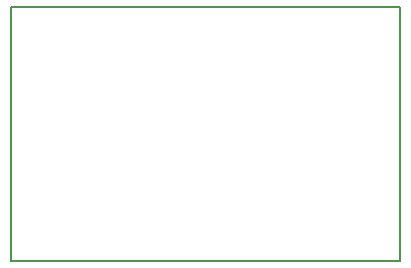
<source format=gko>
G04 #@! TF.FileFunction,Profile,NP*
%FSLAX46Y46*%
G04 Gerber Fmt 4.6, Leading zero omitted, Abs format (unit mm)*
G04 Created by KiCad (PCBNEW 0.201512271232+6404~40~ubuntu14.04.1-stable) date Tue 29 Dec 2015 10:19:08 AM MSK*
%MOMM*%
G01*
G04 APERTURE LIST*
%ADD10C,0.100000*%
%ADD11C,0.150000*%
G04 APERTURE END LIST*
D10*
D11*
X0Y-21500000D02*
X0Y0D01*
X33000000Y-21500000D02*
X0Y-21500000D01*
X33000000Y0D02*
X33000000Y-21500000D01*
X0Y0D02*
X33000000Y0D01*
M02*

</source>
